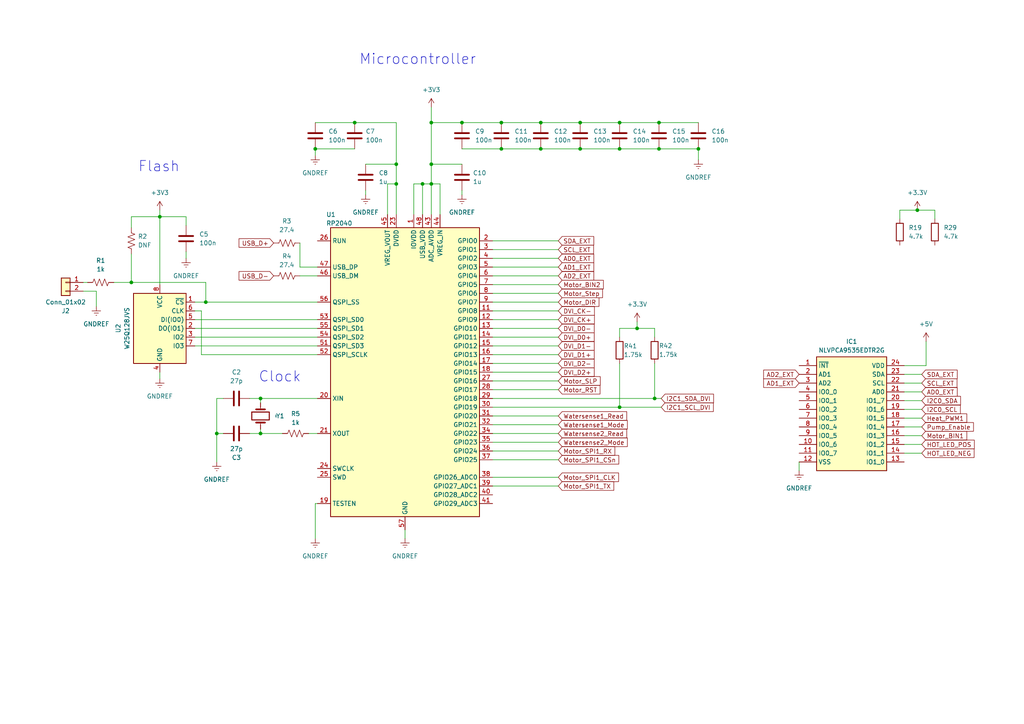
<source format=kicad_sch>
(kicad_sch (version 20230121) (generator eeschema)
  (paper "A4")
  (lib_symbols
    (symbol "Connector_Generic:Conn_01x02" (pin_names (offset 1.016) hide)
      (property "Reference" "J" (at 0 2.54 0))
      (property "Value" "Conn_01x02" (at 0 -5.08 0))
      (symbol "Conn_01x02_1_1"
        (rectangle (start -1.27 -2.413) (end 0 -2.667) (stroke (width 0.1524)))
        (rectangle (start -1.27 0.127) (end 0 -0.127) (stroke (width 0.1524)))
        (rectangle (start -1.27 1.27) (end 1.27 -3.81) (stroke (width 0.254)) (fill (type background)))
        (pin passive line (at -5.08 0 0) (length 3.81) (name "Pin_1") (number "1"))
        (pin passive line (at -5.08 -2.54 0) (length 3.81) (name "Pin_2") (number "2"))
      )
    )
    (symbol "Device:C" (pin_numbers hide) (pin_names (offset 0.254))
      (property "Reference" "C" (at 0.635 2.54 0))
      (property "Value" "C" (at 0.635 -2.54 0))
      (symbol "C_0_1"
        (polyline (pts (xy -2.032 -0.762) (xy 2.032 -0.762)) (stroke (width 0.508)))
        (polyline (pts (xy -2.032 0.762) (xy 2.032 0.762)) (stroke (width 0.508)))
      )
      (symbol "C_1_1"
        (pin passive line (at 0 3.81 270) (length 2.794) (name "~") (number "1"))
        (pin passive line (at 0 -3.81 90) (length 2.794) (name "~") (number "2"))
      )
    )
    (symbol "Device:Crystal" (pin_numbers hide) (pin_names (offset 1.016) hide)
      (property "Reference" "Y" (at 0 3.81 0))
      (property "Value" "Crystal" (at 0 -3.81 0))
      (symbol "Crystal_0_1"
        (rectangle (start -1.143 2.54) (end 1.143 -2.54) (stroke (width 0.3048)))
        (polyline (pts (xy -2.54 0) (xy -1.905 0)))
        (polyline (pts (xy -1.905 -1.27) (xy -1.905 1.27)) (stroke (width 0.508)))
        (polyline (pts (xy 1.905 -1.27) (xy 1.905 1.27)) (stroke (width 0.508)))
        (polyline (pts (xy 2.54 0) (xy 1.905 0)))
      )
      (symbol "Crystal_1_1"
        (pin passive line (at -3.81 0 0) (length 1.27) (name "1") (number "1"))
        (pin passive line (at 3.81 0 180) (length 1.27) (name "2") (number "2"))
      )
    )
    (symbol "Device:R" (pin_numbers hide) (pin_names (offset 0))
      (property "Reference" "R" (at 2.032 0 90))
      (property "Value" "R" (at 0 0 90))
      (symbol "R_0_1"
        (rectangle (start -1.016 -2.54) (end 1.016 2.54) (stroke (width 0.254)))
      )
      (symbol "R_1_1"
        (pin passive line (at 0 3.81 270) (length 1.27) (name "~") (number "1"))
        (pin passive line (at 0 -3.81 90) (length 1.27) (name "~") (number "2"))
      )
    )
    (symbol "Device:R_US" (pin_numbers hide) (pin_names (offset 0))
      (property "Reference" "R" (at 2.54 0 90))
      (property "Value" "R_US" (at -2.54 0 90))
      (symbol "R_US_0_1"
        (polyline (pts (xy 0 -2.286) (xy 0 -2.54)))
        (polyline (pts (xy 0 2.286) (xy 0 2.54)))
        (polyline (pts (xy 0 -0.762) (xy 1.016 -1.143) (xy 0 -1.524) (xy -1.016 -1.905) (xy 0 -2.286)))
        (polyline (pts (xy 0 0.762) (xy 1.016 0.381) (xy 0 0) (xy -1.016 -0.381) (xy 0 -0.762)))
        (polyline (pts (xy 0 2.286) (xy 1.016 1.905) (xy 0 1.524) (xy -1.016 1.143) (xy 0 0.762)))
      )
      (symbol "R_US_1_1"
        (pin passive line (at 0 3.81 270) (length 1.27) (name "~") (number "1"))
        (pin passive line (at 0 -3.81 90) (length 1.27) (name "~") (number "2"))
      )
    )
    (symbol "MCU_RaspberryPi:RP2040"
      (property "Reference" "U" (at 17.78 45.72 0))
      (property "Value" "RP2040" (at 17.78 43.18 0))
      (symbol "RP2040_0_1"
        (rectangle (start -21.59 41.91) (end 21.59 -41.91) (stroke (width 0.254)) (fill (type background)))
      )
      (symbol "RP2040_1_1"
        (pin power_in line (at 2.54 45.72 270) (length 3.81) (name "IOVDD") (number "1"))
        (pin passive line (at 2.54 45.72 270) (length 3.81) hide (name "IOVDD") (number "10"))
        (pin bidirectional line (at 25.4 17.78 180) (length 3.81) (name "GPIO8") (number "11"))
        (pin bidirectional line (at 25.4 15.24 180) (length 3.81) (name "GPIO9") (number "12"))
        (pin bidirectional line (at 25.4 12.7 180) (length 3.81) (name "GPIO10") (number "13"))
        (pin bidirectional line (at 25.4 10.16 180) (length 3.81) (name "GPIO11") (number "14"))
        (pin bidirectional line (at 25.4 7.62 180) (length 3.81) (name "GPIO12") (number "15"))
        (pin bidirectional line (at 25.4 5.08 180) (length 3.81) (name "GPIO13") (number "16"))
        (pin bidirectional line (at 25.4 2.54 180) (length 3.81) (name "GPIO14") (number "17"))
        (pin bidirectional line (at 25.4 0 180) (length 3.81) (name "GPIO15") (number "18"))
        (pin input line (at -25.4 -38.1 0) (length 3.81) (name "TESTEN") (number "19"))
        (pin bidirectional line (at 25.4 38.1 180) (length 3.81) (name "GPIO0") (number "2"))
        (pin input line (at -25.4 -7.62 0) (length 3.81) (name "XIN") (number "20"))
        (pin passive line (at -25.4 -17.78 0) (length 3.81) (name "XOUT") (number "21"))
        (pin passive line (at 2.54 45.72 270) (length 3.81) hide (name "IOVDD") (number "22"))
        (pin power_in line (at -2.54 45.72 270) (length 3.81) (name "DVDD") (number "23"))
        (pin input line (at -25.4 -27.94 0) (length 3.81) (name "SWCLK") (number "24"))
        (pin bidirectional line (at -25.4 -30.48 0) (length 3.81) (name "SWD") (number "25"))
        (pin input line (at -25.4 38.1 0) (length 3.81) (name "RUN") (number "26"))
        (pin bidirectional line (at 25.4 -2.54 180) (length 3.81) (name "GPIO16") (number "27"))
        (pin bidirectional line (at 25.4 -5.08 180) (length 3.81) (name "GPIO17") (number "28"))
        (pin bidirectional line (at 25.4 -7.62 180) (length 3.81) (name "GPIO18") (number "29"))
        (pin bidirectional line (at 25.4 35.56 180) (length 3.81) (name "GPIO1") (number "3"))
        (pin bidirectional line (at 25.4 -10.16 180) (length 3.81) (name "GPIO19") (number "30"))
        (pin bidirectional line (at 25.4 -12.7 180) (length 3.81) (name "GPIO20") (number "31"))
        (pin bidirectional line (at 25.4 -15.24 180) (length 3.81) (name "GPIO21") (number "32"))
        (pin passive line (at 2.54 45.72 270) (length 3.81) hide (name "IOVDD") (number "33"))
        (pin bidirectional line (at 25.4 -17.78 180) (length 3.81) (name "GPIO22") (number "34"))
        (pin bidirectional line (at 25.4 -20.32 180) (length 3.81) (name "GPIO23") (number "35"))
        (pin bidirectional line (at 25.4 -22.86 180) (length 3.81) (name "GPIO24") (number "36"))
        (pin bidirectional line (at 25.4 -25.4 180) (length 3.81) (name "GPIO25") (number "37"))
        (pin bidirectional line (at 25.4 -30.48 180) (length 3.81) (name "GPIO26_ADC0") (number "38"))
        (pin bidirectional line (at 25.4 -33.02 180) (length 3.81) (name "GPIO27_ADC1") (number "39"))
        (pin bidirectional line (at 25.4 33.02 180) (length 3.81) (name "GPIO2") (number "4"))
        (pin bidirectional line (at 25.4 -35.56 180) (length 3.81) (name "GPIO28_ADC2") (number "40"))
        (pin bidirectional line (at 25.4 -38.1 180) (length 3.81) (name "GPIO29_ADC3") (number "41"))
        (pin passive line (at 2.54 45.72 270) (length 3.81) hide (name "IOVDD") (number "42"))
        (pin power_in line (at 7.62 45.72 270) (length 3.81) (name "ADC_AVDD") (number "43"))
        (pin power_in line (at 10.16 45.72 270) (length 3.81) (name "VREG_IN") (number "44"))
        (pin power_out line (at -5.08 45.72 270) (length 3.81) (name "VREG_VOUT") (number "45"))
        (pin bidirectional line (at -25.4 27.94 0) (length 3.81) (name "USB_DM") (number "46"))
        (pin bidirectional line (at -25.4 30.48 0) (length 3.81) (name "USB_DP") (number "47"))
        (pin power_in line (at 5.08 45.72 270) (length 3.81) (name "USB_VDD") (number "48"))
        (pin passive line (at 2.54 45.72 270) (length 3.81) hide (name "IOVDD") (number "49"))
        (pin bidirectional line (at 25.4 30.48 180) (length 3.81) (name "GPIO3") (number "5"))
        (pin passive line (at -2.54 45.72 270) (length 3.81) hide (name "DVDD") (number "50"))
        (pin bidirectional line (at -25.4 7.62 0) (length 3.81) (name "QSPI_SD3") (number "51"))
        (pin output line (at -25.4 5.08 0) (length 3.81) (name "QSPI_SCLK") (number "52"))
        (pin bidirectional line (at -25.4 15.24 0) (length 3.81) (name "QSPI_SD0") (number "53"))
        (pin bidirectional line (at -25.4 10.16 0) (length 3.81) (name "QSPI_SD2") (number "54"))
        (pin bidirectional line (at -25.4 12.7 0) (length 3.81) (name "QSPI_SD1") (number "55"))
        (pin bidirectional line (at -25.4 20.32 0) (length 3.81) (name "QSPI_SS") (number "56"))
        (pin power_in line (at 0 -45.72 90) (length 3.81) (name "GND") (number "57"))
        (pin bidirectional line (at 25.4 27.94 180) (length 3.81) (name "GPIO4") (number "6"))
        (pin bidirectional line (at 25.4 25.4 180) (length 3.81) (name "GPIO5") (number "7"))
        (pin bidirectional line (at 25.4 22.86 180) (length 3.81) (name "GPIO6") (number "8"))
        (pin bidirectional line (at 25.4 20.32 180) (length 3.81) (name "GPIO7") (number "9"))
      )
    )
    (symbol "Memory_Flash:W25Q128JVS"
      (property "Reference" "U" (at -8.89 8.89 0))
      (property "Value" "W25Q128JVS" (at 7.62 8.89 0))
      (symbol "W25Q128JVS_0_1"
        (rectangle (start -7.62 10.16) (end 7.62 -10.16) (stroke (width 0.254)) (fill (type background)))
      )
      (symbol "W25Q128JVS_1_1"
        (pin input line (at -10.16 7.62 0) (length 2.54) (name "~{CS}") (number "1"))
        (pin bidirectional line (at -10.16 0 0) (length 2.54) (name "DO(IO1)") (number "2"))
        (pin bidirectional line (at -10.16 -2.54 0) (length 2.54) (name "IO2") (number "3"))
        (pin power_in line (at 0 -12.7 90) (length 2.54) (name "GND") (number "4"))
        (pin bidirectional line (at -10.16 2.54 0) (length 2.54) (name "DI(IO0)") (number "5"))
        (pin input line (at -10.16 5.08 0) (length 2.54) (name "CLK") (number "6"))
        (pin bidirectional line (at -10.16 -5.08 0) (length 2.54) (name "IO3") (number "7"))
        (pin power_in line (at 0 12.7 270) (length 2.54) (name "VCC") (number "8"))
      )
    )
    (symbol "NLVPCA9535EDTR2G:NLVPCA9535EDTR2G"
      (property "Reference" "IC" (at 26.67 7.62 0))
      (property "Value" "NLVPCA9535EDTR2G" (at 26.67 5.08 0))
      (symbol "NLVPCA9535EDTR2G_1_1"
        (rectangle (start 5.08 2.54) (end 25.4 -30.48) (stroke (width 0.254)) (fill (type background)))
        (pin passive line (at 0 0 0) (length 5.08) (name "~{INT}") (number "1"))
        (pin passive line (at 0 -22.86 0) (length 5.08) (name "IO0_6") (number "10"))
        (pin passive line (at 0 -25.4 0) (length 5.08) (name "IO0_7") (number "11"))
        (pin passive line (at 0 -27.94 0) (length 5.08) (name "VSS") (number "12"))
        (pin passive line (at 30.48 -27.94 180) (length 5.08) (name "IO1_0") (number "13"))
        (pin passive line (at 30.48 -25.4 180) (length 5.08) (name "IO1_1") (number "14"))
        (pin passive line (at 30.48 -22.86 180) (length 5.08) (name "IO1_2") (number "15"))
        (pin passive line (at 30.48 -20.32 180) (length 5.08) (name "IO1_3") (number "16"))
        (pin passive line (at 30.48 -17.78 180) (length 5.08) (name "IO1_4") (number "17"))
        (pin passive line (at 30.48 -15.24 180) (length 5.08) (name "IO1_5") (number "18"))
        (pin passive line (at 30.48 -12.7 180) (length 5.08) (name "IO1_6") (number "19"))
        (pin passive line (at 0 -2.54 0) (length 5.08) (name "AD1") (number "2"))
        (pin passive line (at 30.48 -10.16 180) (length 5.08) (name "IO1_7") (number "20"))
        (pin passive line (at 30.48 -7.62 180) (length 5.08) (name "AD0") (number "21"))
        (pin passive line (at 30.48 -5.08 180) (length 5.08) (name "SCL") (number "22"))
        (pin passive line (at 30.48 -2.54 180) (length 5.08) (name "SDA") (number "23"))
        (pin passive line (at 30.48 0 180) (length 5.08) (name "VDD") (number "24"))
        (pin passive line (at 0 -5.08 0) (length 5.08) (name "AD2") (number "3"))
        (pin passive line (at 0 -7.62 0) (length 5.08) (name "IO0_0") (number "4"))
        (pin passive line (at 0 -10.16 0) (length 5.08) (name "IO0_1") (number "5"))
        (pin passive line (at 0 -12.7 0) (length 5.08) (name "IO0_2") (number "6"))
        (pin passive line (at 0 -15.24 0) (length 5.08) (name "IO0_3") (number "7"))
        (pin passive line (at 0 -17.78 0) (length 5.08) (name "IO0_4") (number "8"))
        (pin passive line (at 0 -20.32 0) (length 5.08) (name "IO0_5") (number "9"))
      )
    )
    (symbol "power:+3.3V" (power) (pin_names (offset 0))
      (property "Value" "+3.3V" (at 0 3.556 0))
      (symbol "+3.3V_0_1"
        (polyline (pts (xy -0.762 1.27) (xy 0 2.54)))
        (polyline (pts (xy 0 0) (xy 0 2.54)))
        (polyline (pts (xy 0 2.54) (xy 0.762 1.27)))
      )
      (symbol "+3.3V_1_1"
        (pin power_in line (at 0 0 90) (length 0) hide (name "+3.3V") (number "1"))
      )
    )
    (symbol "power:+3V3" (power) (pin_names (offset 0))
      (property "Value" "+3V3" (at 0 3.556 0))
      (symbol "+3V3_0_1"
        (polyline (pts (xy -0.762 1.27) (xy 0 2.54)))
        (polyline (pts (xy 0 0) (xy 0 2.54)))
        (polyline (pts (xy 0 2.54) (xy 0.762 1.27)))
      )
      (symbol "+3V3_1_1"
        (pin power_in line (at 0 0 90) (length 0) hide (name "+3V3") (number "1"))
      )
    )
    (symbol "power:+5V" (power) (pin_names (offset 0))
      (property "Value" "+5V" (at 0 3.556 0))
      (symbol "+5V_0_1"
        (polyline (pts (xy -0.762 1.27) (xy 0 2.54)))
        (polyline (pts (xy 0 0) (xy 0 2.54)))
        (polyline (pts (xy 0 2.54) (xy 0.762 1.27)))
      )
      (symbol "+5V_1_1"
        (pin power_in line (at 0 0 90) (length 0) hide (name "+5V") (number "1"))
      )
    )
    (symbol "power:GNDREF" (power) (pin_names (offset 0))
      (property "Value" "GNDREF" (at 0 -3.81 0))
      (symbol "GNDREF_0_1"
        (polyline (pts (xy -0.635 -1.905) (xy 0.635 -1.905)))
        (polyline (pts (xy -0.127 -2.54) (xy 0.127 -2.54)))
        (polyline (pts (xy 0 -1.27) (xy 0 0)))
        (polyline (pts (xy 1.27 -1.27) (xy -1.27 -1.27)))
      )
      (symbol "GNDREF_1_1"
        (pin power_in line (at 0 0 270) (length 0) hide (name "GNDREF") (number "1"))
      )
    )
  )
  (junction (at 122.555 53.34))
  (junction (at 168.275 35.56))
  (junction (at 125.095 53.34))
  (junction (at 179.705 35.56))
  (junction (at 75.565 125.73))
  (junction (at 46.355 62.865))
  (junction (at 125.095 47.625))
  (junction (at 91.44 43.18))
  (junction (at 38.1 81.915))
  (junction (at 179.705 118.11))
  (junction (at 191.135 35.56))
  (junction (at 102.87 35.56))
  (junction (at 145.415 35.56))
  (junction (at 184.785 95.25))
  (junction (at 191.135 43.18))
  (junction (at 145.415 43.18))
  (junction (at 156.845 43.18))
  (junction (at 125.095 35.56))
  (junction (at 179.705 43.18))
  (junction (at 189.865 115.57))
  (junction (at 168.275 43.18))
  (junction (at 156.845 35.56))
  (junction (at 266.065 60.96))
  (junction (at 133.985 35.56))
  (junction (at 75.565 115.57))
  (junction (at 114.935 47.625))
  (junction (at 62.865 125.73))
  (junction (at 202.565 43.18))
  (junction (at 114.935 53.34))
  (junction (at 59.69 87.63))
  (wire (pts (xy 189.865 95.25) (xy 189.865 97.79)))
  (wire (pts (xy 260.985 63.5) (xy 260.985 60.96)))
  (wire (pts (xy 142.875 97.79) (xy 161.925 97.79)))
  (wire (pts (xy 27.94 84.455) (xy 27.94 88.9)))
  (wire (pts (xy 38.1 62.865) (xy 46.355 62.865)))
  (wire (pts (xy 179.705 118.11) (xy 191.77 118.11)))
  (wire (pts (xy 184.785 95.25) (xy 189.865 95.25)))
  (wire (pts (xy 267.335 108.585) (xy 262.255 108.585)))
  (wire (pts (xy 142.875 92.71) (xy 161.925 92.71)))
  (wire (pts (xy 91.44 146.05) (xy 91.44 156.21)))
  (wire (pts (xy 191.135 43.18) (xy 202.565 43.18)))
  (wire (pts (xy 62.865 125.73) (xy 64.77 125.73)))
  (wire (pts (xy 127.635 53.34) (xy 125.095 53.34)))
  (wire (pts (xy 142.875 90.17) (xy 161.925 90.17)))
  (wire (pts (xy 64.77 115.57) (xy 62.865 115.57)))
  (wire (pts (xy 262.255 113.665) (xy 267.335 113.665)))
  (wire (pts (xy 56.515 97.79) (xy 92.075 97.79)))
  (wire (pts (xy 106.045 47.625) (xy 114.935 47.625)))
  (wire (pts (xy 262.255 118.745) (xy 267.335 118.745)))
  (wire (pts (xy 262.255 106.045) (xy 268.605 106.045)))
  (wire (pts (xy 56.515 92.71) (xy 92.075 92.71)))
  (wire (pts (xy 156.845 35.56) (xy 168.275 35.56)))
  (wire (pts (xy 75.565 115.57) (xy 92.075 115.57)))
  (wire (pts (xy 142.875 120.65) (xy 161.925 120.65)))
  (wire (pts (xy 179.705 105.41) (xy 179.705 118.11)))
  (wire (pts (xy 179.705 35.56) (xy 191.135 35.56)))
  (wire (pts (xy 91.44 43.18) (xy 91.44 45.085)))
  (wire (pts (xy 142.875 115.57) (xy 189.865 115.57)))
  (wire (pts (xy 112.395 62.23) (xy 112.395 53.34)))
  (wire (pts (xy 114.935 35.56) (xy 114.935 47.625)))
  (wire (pts (xy 24.13 84.455) (xy 27.94 84.455)))
  (wire (pts (xy 142.875 85.09) (xy 161.925 85.09)))
  (wire (pts (xy 56.515 100.33) (xy 92.075 100.33)))
  (wire (pts (xy 262.255 116.205) (xy 267.335 116.205)))
  (wire (pts (xy 168.275 43.18) (xy 179.705 43.18)))
  (wire (pts (xy 58.42 90.17) (xy 58.42 102.87)))
  (wire (pts (xy 142.875 118.11) (xy 179.705 118.11)))
  (wire (pts (xy 46.355 107.95) (xy 46.355 109.855)))
  (wire (pts (xy 114.935 47.625) (xy 114.935 53.34)))
  (wire (pts (xy 142.875 100.33) (xy 161.925 100.33)))
  (wire (pts (xy 262.255 126.365) (xy 267.335 126.365)))
  (wire (pts (xy 262.255 123.825) (xy 267.335 123.825)))
  (wire (pts (xy 142.875 113.03) (xy 161.925 113.03)))
  (wire (pts (xy 75.565 124.46) (xy 75.565 125.73)))
  (wire (pts (xy 260.985 60.96) (xy 266.065 60.96)))
  (wire (pts (xy 56.515 90.17) (xy 58.42 90.17)))
  (wire (pts (xy 266.065 60.96) (xy 271.145 60.96)))
  (wire (pts (xy 120.015 62.23) (xy 120.015 53.34)))
  (wire (pts (xy 127.635 62.23) (xy 127.635 53.34)))
  (wire (pts (xy 122.555 53.34) (xy 125.095 53.34)))
  (wire (pts (xy 191.135 35.56) (xy 202.565 35.56)))
  (wire (pts (xy 161.925 138.43) (xy 142.875 138.43)))
  (wire (pts (xy 117.475 153.67) (xy 117.475 156.21)))
  (wire (pts (xy 59.69 87.63) (xy 92.075 87.63)))
  (wire (pts (xy 86.995 77.47) (xy 92.075 77.47)))
  (wire (pts (xy 24.13 81.915) (xy 25.4 81.915)))
  (wire (pts (xy 133.985 55.245) (xy 133.985 56.515)))
  (wire (pts (xy 38.1 66.04) (xy 38.1 62.865)))
  (wire (pts (xy 142.875 133.35) (xy 161.925 133.35)))
  (wire (pts (xy 56.515 87.63) (xy 59.69 87.63)))
  (wire (pts (xy 179.705 95.25) (xy 184.785 95.25)))
  (wire (pts (xy 91.44 43.18) (xy 102.87 43.18)))
  (wire (pts (xy 58.42 102.87) (xy 92.075 102.87)))
  (wire (pts (xy 179.705 43.18) (xy 191.135 43.18)))
  (wire (pts (xy 114.935 53.34) (xy 114.935 62.23)))
  (wire (pts (xy 189.865 105.41) (xy 189.865 115.57)))
  (wire (pts (xy 142.875 110.49) (xy 161.925 110.49)))
  (wire (pts (xy 56.515 95.25) (xy 92.075 95.25)))
  (wire (pts (xy 75.565 125.73) (xy 81.915 125.73)))
  (wire (pts (xy 142.875 80.01) (xy 161.925 80.01)))
  (wire (pts (xy 142.875 69.85) (xy 161.925 69.85)))
  (wire (pts (xy 142.875 128.27) (xy 161.925 128.27)))
  (wire (pts (xy 142.875 107.95) (xy 161.925 107.95)))
  (wire (pts (xy 112.395 53.34) (xy 114.935 53.34)))
  (wire (pts (xy 262.255 121.285) (xy 267.335 121.285)))
  (wire (pts (xy 89.535 125.73) (xy 92.075 125.73)))
  (wire (pts (xy 53.975 73.025) (xy 53.975 74.93)))
  (wire (pts (xy 161.925 140.97) (xy 142.875 140.97)))
  (wire (pts (xy 122.555 62.23) (xy 122.555 53.34)))
  (wire (pts (xy 142.875 102.87) (xy 161.925 102.87)))
  (wire (pts (xy 142.875 72.39) (xy 161.925 72.39)))
  (wire (pts (xy 142.875 105.41) (xy 161.925 105.41)))
  (wire (pts (xy 142.875 125.73) (xy 161.925 125.73)))
  (wire (pts (xy 262.255 131.445) (xy 267.335 131.445)))
  (wire (pts (xy 142.875 77.47) (xy 161.925 77.47)))
  (wire (pts (xy 184.785 93.345) (xy 184.785 95.25)))
  (wire (pts (xy 202.565 43.18) (xy 202.565 46.355)))
  (wire (pts (xy 142.875 82.55) (xy 161.925 82.55)))
  (wire (pts (xy 145.415 35.56) (xy 156.845 35.56)))
  (wire (pts (xy 106.045 55.245) (xy 106.045 56.515)))
  (wire (pts (xy 91.44 146.05) (xy 92.075 146.05)))
  (wire (pts (xy 46.355 60.96) (xy 46.355 62.865)))
  (wire (pts (xy 268.605 106.045) (xy 268.605 99.06)))
  (wire (pts (xy 72.39 115.57) (xy 75.565 115.57)))
  (wire (pts (xy 62.865 115.57) (xy 62.865 125.73)))
  (wire (pts (xy 53.975 62.865) (xy 53.975 65.405)))
  (wire (pts (xy 91.44 35.56) (xy 102.87 35.56)))
  (wire (pts (xy 59.69 87.63) (xy 59.69 81.915)))
  (wire (pts (xy 125.095 35.56) (xy 125.095 47.625)))
  (wire (pts (xy 125.095 35.56) (xy 133.985 35.56)))
  (wire (pts (xy 189.865 115.57) (xy 191.77 115.57)))
  (wire (pts (xy 267.335 111.125) (xy 262.255 111.125)))
  (wire (pts (xy 142.875 87.63) (xy 161.925 87.63)))
  (wire (pts (xy 168.275 35.56) (xy 179.705 35.56)))
  (wire (pts (xy 271.145 60.96) (xy 271.145 63.5)))
  (wire (pts (xy 72.39 125.73) (xy 75.565 125.73)))
  (wire (pts (xy 62.865 125.73) (xy 62.865 133.985)))
  (wire (pts (xy 46.355 62.865) (xy 46.355 82.55)))
  (wire (pts (xy 142.875 123.19) (xy 161.925 123.19)))
  (wire (pts (xy 86.995 80.01) (xy 92.075 80.01)))
  (wire (pts (xy 33.02 81.915) (xy 38.1 81.915)))
  (wire (pts (xy 59.69 81.915) (xy 38.1 81.915)))
  (wire (pts (xy 125.095 53.34) (xy 125.095 62.23)))
  (wire (pts (xy 46.355 62.865) (xy 53.975 62.865)))
  (wire (pts (xy 156.845 43.18) (xy 168.275 43.18)))
  (wire (pts (xy 120.015 53.34) (xy 122.555 53.34)))
  (wire (pts (xy 125.095 47.625) (xy 133.985 47.625)))
  (wire (pts (xy 38.1 81.915) (xy 38.1 73.66)))
  (wire (pts (xy 142.875 74.93) (xy 161.925 74.93)))
  (wire (pts (xy 179.705 97.79) (xy 179.705 95.25)))
  (wire (pts (xy 133.985 35.56) (xy 145.415 35.56)))
  (wire (pts (xy 125.095 47.625) (xy 125.095 53.34)))
  (wire (pts (xy 86.995 70.485) (xy 86.995 77.47)))
  (wire (pts (xy 145.415 43.18) (xy 156.845 43.18)))
  (wire (pts (xy 75.565 116.84) (xy 75.565 115.57)))
  (wire (pts (xy 262.255 128.905) (xy 267.335 128.905)))
  (wire (pts (xy 231.775 133.985) (xy 231.775 136.525)))
  (wire (pts (xy 142.875 130.81) (xy 161.925 130.81)))
  (wire (pts (xy 133.985 43.18) (xy 145.415 43.18)))
  (wire (pts (xy 125.095 31.115) (xy 125.095 35.56)))
  (wire (pts (xy 142.875 95.25) (xy 161.925 95.25)))
  (wire (pts (xy 102.87 35.56) (xy 114.935 35.56)))
  (text "Microcontroller" (at 104.14 19.05 0) (effects (font (size 3 3)) (justify left bottom)))
  (text "Flash" (at 40.005 50.165 0) (effects (font (size 3 3)) (justify left bottom)))
  (text "Clock" (at 74.93 111.125 0) (effects (font (size 3 3)) (justify left bottom)))
  (global_label "Motor_RST" (shape input) (at 161.925 113.03 0) (property "Intersheetrefs" "${INTERSHEET_REFS}" (effects hide)))
  (global_label "USB_D-" (shape input) (at 79.375 80.01 180) (property "Intersheetrefs" "${INTERSHEET_REFS}" (effects hide)))
  (global_label "I2C0_SCL" (shape input) (at 267.335 118.745 0) (property "Intersheetrefs" "${INTERSHEET_REFS}" (effects hide)))
  (global_label "Heat_PWM1" (shape input) (at 267.335 121.285 0) (property "Intersheetrefs" "${INTERSHEET_REFS}" (effects hide)))
  (global_label "AD2_EXT" (shape input) (at 161.925 80.01 0) (property "Intersheetrefs" "${INTERSHEET_REFS}" (effects hide)))
  (global_label "AD2_EXT" (shape input) (at 231.775 108.585 180) (property "Intersheetrefs" "${INTERSHEET_REFS}" (effects hide)))
  (global_label "AD1_EXT" (shape input) (at 161.925 77.47 0) (property "Intersheetrefs" "${INTERSHEET_REFS}" (effects hide)))
  (global_label "DVI_D0+" (shape input) (at 161.925 97.79 0) (property "Intersheetrefs" "${INTERSHEET_REFS}" (effects hide)))
  (global_label "USB_D+" (shape input) (at 79.375 70.485 180) (property "Intersheetrefs" "${INTERSHEET_REFS}" (effects hide)))
  (global_label "AD1_EXT" (shape input) (at 231.775 111.125 180) (property "Intersheetrefs" "${INTERSHEET_REFS}" (effects hide)))
  (global_label "Motor_SPI1_RX" (shape input) (at 161.925 130.81 0) (property "Intersheetrefs" "${INTERSHEET_REFS}" (effects hide)))
  (global_label "HOT_LED_POS" (shape input) (at 267.335 128.905 0) (property "Intersheetrefs" "${INTERSHEET_REFS}" (effects hide)))
  (global_label "DVI_D0-" (shape input) (at 161.925 95.25 0) (property "Intersheetrefs" "${INTERSHEET_REFS}" (effects hide)))
  (global_label "SCL_EXT" (shape input) (at 161.925 72.39 0) (property "Intersheetrefs" "${INTERSHEET_REFS}" (effects hide)))
  (global_label "Motor_BIN2" (shape input) (at 161.925 82.55 0) (property "Intersheetrefs" "${INTERSHEET_REFS}" (effects hide)))
  (global_label "DVI_CK+" (shape input) (at 161.925 92.71 0) (property "Intersheetrefs" "${INTERSHEET_REFS}" (effects hide)))
  (global_label "DVI_D1+" (shape input) (at 161.925 102.87 0) (property "Intersheetrefs" "${INTERSHEET_REFS}" (effects hide)))
  (global_label "Watersense1_Mode" (shape input) (at 161.925 123.19 0) (property "Intersheetrefs" "${INTERSHEET_REFS}" (effects hide)))
  (global_label "AD0_EXT" (shape input) (at 161.925 74.93 0) (property "Intersheetrefs" "${INTERSHEET_REFS}" (effects hide)))
  (global_label "I2C1_SCL_DVI" (shape input) (at 191.77 118.11 0) (property "Intersheetrefs" "${INTERSHEET_REFS}" (effects hide)))
  (global_label "DVI_CK-" (shape input) (at 161.925 90.17 0) (property "Intersheetrefs" "${INTERSHEET_REFS}" (effects hide)))
  (global_label "Motor_DIR" (shape input) (at 161.925 87.63 0) (property "Intersheetrefs" "${INTERSHEET_REFS}" (effects hide)))
  (global_label "DVI_D2-" (shape input) (at 161.925 105.41 0) (property "Intersheetrefs" "${INTERSHEET_REFS}" (effects hide)))
  (global_label "HOT_LED_NEG" (shape input) (at 267.335 131.445 0) (property "Intersheetrefs" "${INTERSHEET_REFS}" (effects hide)))
  (global_label "DVI_D1-" (shape input) (at 161.925 100.33 0) (property "Intersheetrefs" "${INTERSHEET_REFS}" (effects hide)))
  (global_label "AD0_EXT" (shape input) (at 267.335 113.665 0) (property "Intersheetrefs" "${INTERSHEET_REFS}" (effects hide)))
  (global_label "Motor_Step" (shape input) (at 161.925 85.09 0) (property "Intersheetrefs" "${INTERSHEET_REFS}" (effects hide)))
  (global_label "I2C0_SDA" (shape input) (at 267.335 116.205 0) (property "Intersheetrefs" "${INTERSHEET_REFS}" (effects hide)))
  (global_label "SDA_EXT" (shape input) (at 161.925 69.85 0) (property "Intersheetrefs" "${INTERSHEET_REFS}" (effects hide)))
  (global_label "SCL_EXT" (shape input) (at 267.335 111.125 0) (property "Intersheetrefs" "${INTERSHEET_REFS}" (effects hide)))
  (global_label "Motor_SPI1_CSn" (shape input) (at 161.925 133.35 0) (property "Intersheetrefs" "${INTERSHEET_REFS}" (effects hide)))
  (global_label "Motor_SPI1_CLK" (shape input) (at 161.925 138.43 0) (property "Intersheetrefs" "${INTERSHEET_REFS}" (effects hide)))
  (global_label "Watersense2_Mode" (shape input) (at 161.925 128.27 0) (property "Intersheetrefs" "${INTERSHEET_REFS}" (effects hide)))
  (global_label "Watersense2_Read" (shape input) (at 161.925 125.73 0) (property "Intersheetrefs" "${INTERSHEET_REFS}" (effects hide)))
  (global_label "DVI_D2+" (shape input) (at 161.925 107.95 0) (property "Intersheetrefs" "${INTERSHEET_REFS}" (effects hide)))
  (global_label "SDA_EXT" (shape input) (at 267.335 108.585 0) (property "Intersheetrefs" "${INTERSHEET_REFS}" (effects hide)))
  (global_label "Motor_BIN1" (shape input) (at 267.335 126.365 0) (property "Intersheetrefs" "${INTERSHEET_REFS}" (effects hide)))
  (global_label "Pump_Enable" (shape input) (at 267.335 123.825 0) (property "Intersheetrefs" "${INTERSHEET_REFS}" (effects hide)))
  (global_label "Motor_SPI1_TX" (shape input) (at 161.925 140.97 0) (property "Intersheetrefs" "${INTERSHEET_REFS}" (effects hide)))
  (global_label "I2C1_SDA_DVI" (shape input) (at 191.77 115.57 0) (property "Intersheetrefs" "${INTERSHEET_REFS}" (effects hide)))
  (global_label "Motor_SLP" (shape input) (at 161.925 110.49 0) (property "Intersheetrefs" "${INTERSHEET_REFS}" (effects hide)))
  (global_label "Watersense1_Read" (shape input) (at 161.925 120.65 0) (property "Intersheetrefs" "${INTERSHEET_REFS}" (effects hide)))
  (symbol (lib_id "Device:R") (at 271.145 67.31 0) (unit 1)
    (property "Reference" "R29" (at 273.685 66.04 0) (effects (justify left)))
    (property "Value" "4.7k" (at 273.685 68.58 0) (effects (justify left)))
    (property "Footprint" "footprints:RESC2012X60N" (effects hide))
  )
  (symbol (lib_id "power:+3.3V") (at 184.785 93.345 0) (unit 1)
    (property "Reference" "#PWR062" (effects hide))
    (property "Value" "+3.3V" (at 184.785 88.265 0))
  )
  (symbol (lib_id "power:GNDREF") (at 91.44 156.21 0) (unit 1)
    (property "Reference" "#PWR02" (effects hide))
    (property "Value" "GNDREF" (at 91.44 161.29 0))
  )
  (symbol (lib_id "power:GNDREF") (at 117.475 156.21 0) (unit 1)
    (property "Reference" "#PWR01" (effects hide))
    (property "Value" "GNDREF" (at 117.475 161.29 0))
  )
  (symbol (lib_id "Device:R") (at 179.705 101.6 0) (unit 1)
    (property "Reference" "R41" (at 180.8988 100.3554 0) (effects (justify left)))
    (property "Value" "1.75k" (at 180.8988 102.8954 0) (effects (justify left)))
    (property "Footprint" "footprints:RESC2012X60N" (effects hide))
  )
  (symbol (lib_id "Device:R_US") (at 29.21 81.915 90) (unit 1)
    (property "Reference" "R1" (at 29.21 75.565 90))
    (property "Value" "1k" (at 29.21 78.105 90))
    (property "Footprint" "footprints:RESC2012X60N" (effects hide))
  )
  (symbol (lib_id "power:GNDREF") (at 53.975 74.93 0) (mirror y) (unit 1)
    (property "Reference" "#PWR011" (effects hide))
    (property "Value" "GNDREF" (at 53.975 80.01 0))
  )
  (symbol (lib_id "Device:C") (at 156.845 39.37 0) (unit 1)
    (property "Reference" "C12" (at 160.655 38.1 0) (effects (justify left)))
    (property "Value" "100n" (at 160.655 40.64 0) (effects (justify left)))
    (property "Footprint" "footprints:CAPC2012X94N" (effects hide))
  )
  (symbol (lib_id "Device:C") (at 102.87 39.37 0) (unit 1)
    (property "Reference" "C7" (at 106.045 38.1 0) (effects (justify left)))
    (property "Value" "100n" (at 106.045 40.64 0) (effects (justify left)))
    (property "Footprint" "footprints:CAPC2012X94N" (effects hide))
  )
  (symbol (lib_id "Device:R") (at 189.865 101.6 0) (unit 1)
    (property "Reference" "R42" (at 191.1096 100.3046 0) (effects (justify left)))
    (property "Value" "1.75k" (at 191.1096 102.8446 0) (effects (justify left)))
    (property "Footprint" "footprints:RESC2012X60N" (effects hide))
  )
  (symbol (lib_id "power:+3V3") (at 125.095 31.115 0) (unit 1)
    (property "Reference" "#PWR05" (effects hide))
    (property "Value" "+3V3" (at 125.095 26.035 0))
  )
  (symbol (lib_id "Device:C") (at 202.565 39.37 0) (unit 1)
    (property "Reference" "C16" (at 206.375 38.1 0) (effects (justify left)))
    (property "Value" "100n" (at 206.375 40.64 0) (effects (justify left)))
    (property "Footprint" "footprints:CAPC2012X94N" (effects hide))
  )
  (symbol (lib_id "Device:C") (at 168.275 39.37 0) (unit 1)
    (property "Reference" "C13" (at 172.085 38.1 0) (effects (justify left)))
    (property "Value" "100n" (at 172.085 40.64 0) (effects (justify left)))
    (property "Footprint" "footprints:CAPC2012X94N" (effects hide))
  )
  (symbol (lib_id "Device:R_US") (at 85.725 125.73 90) (unit 1)
    (property "Reference" "R5" (at 85.725 120.015 90))
    (property "Value" "1k" (at 85.725 122.555 90))
    (property "Footprint" "footprints:RESC2012X60N" (effects hide))
  )
  (symbol (lib_id "power:+5V") (at 268.605 99.06 0) (unit 1)
    (property "Reference" "#PWR059" (effects hide))
    (property "Value" "+5V" (at 268.605 93.98 0))
  )
  (symbol (lib_id "Device:C") (at 53.975 69.215 0) (unit 1)
    (property "Reference" "C5" (at 57.785 67.945 0) (effects (justify left)))
    (property "Value" "100n" (at 57.785 70.485 0) (effects (justify left)))
    (property "Footprint" "footprints:CAPC2012X94N" (effects hide))
  )
  (symbol (lib_id "Connector_Generic:Conn_01x02") (at 19.05 81.915 0) (mirror y) (unit 1)
    (property "Reference" "J2" (at 19.05 90.17 0))
    (property "Value" "Conn_01x02" (at 19.05 87.63 0))
    (property "Footprint" "footprints:CON_5025840270_MOL" (effects hide))
  )
  (symbol (lib_id "Device:R_US") (at 83.185 70.485 90) (unit 1)
    (property "Reference" "R3" (at 83.185 64.135 90))
    (property "Value" "27.4" (at 83.185 66.675 90))
    (property "Footprint" "footprints:RESC2012X60N" (effects hide))
  )
  (symbol (lib_id "Device:Crystal") (at 75.565 120.65 270) (unit 1)
    (property "Reference" "Y1" (at 80.01 120.65 90) (effects (justify left)))
    (property "Value" "~" (at 80.01 120.65 0))
  )
  (symbol (lib_id "Device:C") (at 179.705 39.37 0) (unit 1)
    (property "Reference" "C14" (at 183.515 38.1 0) (effects (justify left)))
    (property "Value" "100n" (at 183.515 40.64 0) (effects (justify left)))
    (property "Footprint" "footprints:CAPC2012X94N" (effects hide))
  )
  (symbol (lib_id "Memory_Flash:W25Q128JVS") (at 46.355 95.25 0) (mirror y) (unit 1)
    (property "Reference" "U2" (at 34.29 95.25 90))
    (property "Value" "W25Q128JVS" (at 36.83 95.25 90))
    (property "Footprint" "Package_SO:SOIC-8_5.23x5.23mm_P1.27mm" (effects hide))
    (property "Datasheet" "http://www.winbond.com/resource-files/w25q128jv_dtr%20revc%2003272018%20plus.pdf" (effects hide))
  )
  (symbol (lib_id "power:GNDREF") (at 106.045 56.515 0) (mirror y) (unit 1)
    (property "Reference" "#PWR08" (effects hide))
    (property "Value" "GNDREF" (at 106.045 61.595 0))
  )
  (symbol (lib_id "Device:R_US") (at 83.185 80.01 90) (unit 1)
    (property "Reference" "R4" (at 83.185 74.295 90))
    (property "Value" "27.4" (at 83.185 76.835 90))
    (property "Footprint" "footprints:RESC2012X60N" (effects hide))
  )
  (symbol (lib_id "Device:C") (at 133.985 51.435 0) (unit 1)
    (property "Reference" "C10" (at 137.16 50.165 0) (effects (justify left)))
    (property "Value" "1u" (at 137.16 52.705 0) (effects (justify left)))
    (property "Footprint" "footprints:CAPC2012X94N" (effects hide))
  )
  (symbol (lib_id "power:GNDREF") (at 27.94 88.9 0) (mirror y) (unit 1)
    (property "Reference" "#PWR012" (effects hide))
    (property "Value" "GNDREF" (at 27.94 93.98 0))
  )
  (symbol (lib_id "Device:R_US") (at 38.1 69.85 180) (unit 1)
    (property "Reference" "R2" (at 40.005 68.58 0) (effects (justify right)))
    (property "Value" "DNF" (at 40.005 71.12 0) (effects (justify right)))
    (property "Footprint" "footprints:RESC2012X60N" (effects hide))
  )
  (symbol (lib_id "power:GNDREF") (at 62.865 133.985 0) (mirror y) (unit 1)
    (property "Reference" "#PWR013" (effects hide))
    (property "Value" "GNDREF" (at 62.865 139.065 0))
  )
  (symbol (lib_id "power:GNDREF") (at 133.985 56.515 0) (mirror y) (unit 1)
    (property "Reference" "#PWR03" (effects hide))
    (property "Value" "GNDREF" (at 133.985 61.595 0))
  )
  (symbol (lib_id "Device:R") (at 260.985 67.31 0) (unit 1)
    (property "Reference" "R19" (at 263.525 66.04 0) (effects (justify left)))
    (property "Value" "4.7k" (at 263.525 68.58 0) (effects (justify left)))
    (property "Footprint" "footprints:RESC2012X60N" (effects hide))
  )
  (symbol (lib_id "Device:C") (at 68.58 115.57 90) (unit 1)
    (property "Reference" "C2" (at 68.58 107.95 90))
    (property "Value" "27p" (at 68.58 110.49 90))
    (property "Footprint" "footprints:CAPC2012X94N" (effects hide))
  )
  (symbol (lib_id "power:GNDREF") (at 46.355 109.855 0) (mirror y) (unit 1)
    (property "Reference" "#PWR09" (effects hide))
    (property "Value" "GNDREF" (at 46.355 114.935 0))
  )
  (symbol (lib_id "power:GNDREF") (at 91.44 45.085 0) (mirror y) (unit 1)
    (property "Reference" "#PWR06" (effects hide))
    (property "Value" "GNDREF" (at 91.44 50.165 0))
  )
  (symbol (lib_id "Device:C") (at 106.045 51.435 0) (unit 1)
    (property "Reference" "C8" (at 109.855 50.165 0) (effects (justify left)))
    (property "Value" "1u" (at 109.855 52.705 0) (effects (justify left)))
    (property "Footprint" "footprints:CAPC2012X94N" (effects hide))
  )
  (symbol (lib_id "Device:C") (at 91.44 39.37 0) (unit 1)
    (property "Reference" "C6" (at 95.25 38.1 0) (effects (justify left)))
    (property "Value" "100n" (at 95.25 40.64 0) (effects (justify left)))
    (property "Footprint" "footprints:CAPC2012X94N" (effects hide))
  )
  (symbol (lib_id "Device:C") (at 191.135 39.37 0) (unit 1)
    (property "Reference" "C15" (at 194.945 38.1 0) (effects (justify left)))
    (property "Value" "100n" (at 194.945 40.64 0) (effects (justify left)))
    (property "Footprint" "footprints:CAPC2012X94N" (effects hide))
  )
  (symbol (lib_id "Device:C") (at 133.985 39.37 0) (unit 1)
    (property "Reference" "C9" (at 137.795 38.1 0) (effects (justify left)))
    (property "Value" "100n" (at 137.795 40.64 0) (effects (justify left)))
    (property "Footprint" "footprints:CAPC2012X94N" (effects hide))
  )
  (symbol (lib_id "power:GNDREF") (at 202.565 46.355 0) (mirror y) (unit 1)
    (property "Reference" "#PWR04" (effects hide))
    (property "Value" "GNDREF" (at 202.565 51.435 0))
  )
  (symbol (lib_id "MCU_RaspberryPi:RP2040") (at 117.475 107.95 0) (unit 1)
    (property "Reference" "U1" (at 94.615 62.23 0) (effects (justify left)))
    (property "Value" "RP2040" (at 94.615 64.77 0) (effects (justify left)))
    (property "Footprint" "footprints:RP2040_Footprint" (effects hide))
    (property "Datasheet" "https://datasheets.raspberrypi.com/rp2040/rp2040-datasheet.pdf" (effects hide))
  )
  (symbol (lib_id "Device:C") (at 145.415 39.37 0) (unit 1)
    (property "Reference" "C11" (at 149.225 38.1 0) (effects (justify left)))
    (property "Value" "100n" (at 149.225 40.64 0) (effects (justify left)))
    (property "Footprint" "footprints:CAPC2012X94N" (effects hide))
  )
  (symbol (lib_id "NLVPCA9535EDTR2G:NLVPCA9535EDTR2G") (at 231.775 106.045 0) (unit 1)
    (property "Reference" "IC1" (at 247.015 99.06 0))
    (property "Value" "NLVPCA9535EDTR2G" (at 247.015 101.6 0))
    (property "Footprint" "footprints:SOP65P640X120-24N" (effects hide))
    (property "Height" "1.2" (effects hide))
    (property "Mouser Part Number" "863-NLVPCA9535EDTR2G" (effects hide))
    (property "Mouser Price/Stock" "https://www.mouser.co.uk/ProductDetail/onsemi/NLVPCA9535EDTR2G?qs=l5F7KFZg3O5XURU4uDA1sQ%3D%3D" (effects hide))
    (property "Manufacturer_Name" "onsemi" (effects hide))
    (property "Manufacturer_Part_Number" "NLVPCA9535EDTR2G" (effects hide))
  )
  (symbol (lib_id "power:+3.3V") (at 266.065 60.96 0) (unit 1)
    (property "Reference" "#PWR058" (effects hide))
    (property "Value" "+3.3V" (at 266.065 55.88 0))
  )
  (symbol (lib_id "power:GNDREF") (at 231.775 136.525 0) (unit 1)
    (property "Reference" "#PWR061" (effects hide))
    (property "Value" "GNDREF" (at 231.775 141.605 0))
  )
  (symbol (lib_id "Device:C") (at 68.58 125.73 90) (mirror x) (unit 1)
    (property "Reference" "C3" (at 68.58 132.715 90))
    (property "Value" "27p" (at 68.58 130.175 90))
    (property "Footprint" "footprints:CAPC2012X94N" (effects hide))
  )
  (symbol (lib_id "power:+3V3") (at 46.355 60.96 0) (unit 1)
    (property "Reference" "#PWR010" (effects hide))
    (property "Value" "+3V3" (at 46.355 55.88 0))
  )
)
</source>
